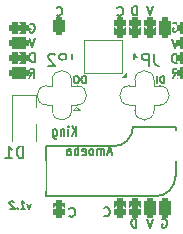
<source format=gbr>
%TF.GenerationSoftware,KiCad,Pcbnew,(6.0.11)*%
%TF.CreationDate,2023-07-28T18:25:04-04:00*%
%TF.ProjectId,amoeba-king,616d6f65-6261-42d6-9b69-6e672e6b6963,rev?*%
%TF.SameCoordinates,Original*%
%TF.FileFunction,Legend,Bot*%
%TF.FilePolarity,Positive*%
%FSLAX46Y46*%
G04 Gerber Fmt 4.6, Leading zero omitted, Abs format (unit mm)*
G04 Created by KiCad (PCBNEW (6.0.11)) date 2023-07-28 18:25:04*
%MOMM*%
%LPD*%
G01*
G04 APERTURE LIST*
G04 Aperture macros list*
%AMRoundRect*
0 Rectangle with rounded corners*
0 $1 Rounding radius*
0 $2 $3 $4 $5 $6 $7 $8 $9 X,Y pos of 4 corners*
0 Add a 4 corners polygon primitive as box body*
4,1,4,$2,$3,$4,$5,$6,$7,$8,$9,$2,$3,0*
0 Add four circle primitives for the rounded corners*
1,1,$1+$1,$2,$3*
1,1,$1+$1,$4,$5*
1,1,$1+$1,$6,$7*
1,1,$1+$1,$8,$9*
0 Add four rect primitives between the rounded corners*
20,1,$1+$1,$2,$3,$4,$5,0*
20,1,$1+$1,$4,$5,$6,$7,0*
20,1,$1+$1,$6,$7,$8,$9,0*
20,1,$1+$1,$8,$9,$2,$3,0*%
%AMFreePoly0*
4,1,18,0.500000,-0.500000,0.000000,-0.500000,0.000000,-0.495033,-0.079941,-0.493568,-0.215256,-0.451293,-0.333266,-0.372738,-0.424486,-0.264219,-0.481581,-0.134460,-0.499963,0.006109,-0.478152,0.146186,-0.417904,0.274511,-0.324060,0.380769,-0.204165,0.456417,-0.067858,0.495374,0.000000,0.494959,0.000000,0.500000,0.500000,0.500000,0.500000,-0.500000,0.500000,-0.500000,$1*%
%AMFreePoly1*
4,1,19,0.000000,0.494959,0.073905,0.494508,0.209726,0.453889,0.328688,0.376782,0.421226,0.269385,0.479903,0.140333,0.500000,0.000000,0.499851,-0.012216,0.476331,-0.152017,0.414519,-0.279596,0.319384,-0.384700,0.198574,-0.458877,0.061801,-0.496166,0.000000,-0.495033,0.000000,-0.500000,-0.500000,-0.500000,-0.500000,0.500000,0.000000,0.500000,0.000000,0.494959,0.000000,0.494959,
$1*%
G04 Aperture macros list end*
%ADD10C,0.100000*%
%ADD11C,0.158750*%
%ADD12C,0.152400*%
%ADD13C,0.150000*%
%ADD14C,0.127000*%
%ADD15C,0.120000*%
%ADD16C,0.131817*%
%ADD17C,3.000000*%
%ADD18C,3.980180*%
%ADD19C,1.660000*%
%ADD20C,1.700000*%
%ADD21R,2.550000X2.500000*%
%ADD22RoundRect,0.250000X-0.250000X0.625000X-0.250000X-0.625000X0.250000X-0.625000X0.250000X0.625000X0*%
%ADD23RoundRect,0.250000X-0.250000X0.250000X-0.250000X-0.250000X0.250000X-0.250000X0.250000X0.250000X0*%
%ADD24RoundRect,0.250000X-0.250000X-0.250000X0.250000X-0.250000X0.250000X0.250000X-0.250000X0.250000X0*%
%ADD25RoundRect,0.250000X-0.625000X-0.250000X0.625000X-0.250000X0.625000X0.250000X-0.625000X0.250000X0*%
%ADD26FreePoly0,180.000000*%
%ADD27R,1.000000X1.000000*%
%ADD28FreePoly1,180.000000*%
%ADD29FreePoly0,90.000000*%
%ADD30FreePoly0,270.000000*%
%ADD31RoundRect,0.250000X0.250000X-0.500000X0.250000X0.500000X-0.250000X0.500000X-0.250000X-0.500000X0*%
%ADD32RoundRect,0.250000X0.250000X-0.250000X0.250000X0.250000X-0.250000X0.250000X-0.250000X-0.250000X0*%
%ADD33RoundRect,0.250000X-0.250000X0.500000X-0.250000X-0.500000X0.250000X-0.500000X0.250000X0.500000X0*%
%ADD34R,1.200000X0.900000*%
%ADD35R,1.800000X0.820000*%
G04 APERTURE END LIST*
D10*
G36*
X77419200Y-165328600D02*
G01*
X77038200Y-165328600D01*
X77419200Y-164947600D01*
X77419200Y-165328600D01*
G37*
X77419200Y-165328600D02*
X77038200Y-165328600D01*
X77419200Y-164947600D01*
X77419200Y-165328600D01*
D11*
X69303843Y-176051028D02*
X69205569Y-176474361D01*
X69001462Y-176051028D01*
X68479855Y-176474361D02*
X68842712Y-176474361D01*
X68661283Y-176474361D02*
X68581908Y-175839361D01*
X68653724Y-175930076D01*
X68721759Y-175990552D01*
X68786015Y-176020790D01*
X68200152Y-176413885D02*
X68173694Y-176444123D01*
X68207712Y-176474361D01*
X68234170Y-176444123D01*
X68200152Y-176413885D01*
X68207712Y-176474361D01*
X67863754Y-175899838D02*
X67829736Y-175869600D01*
X67765480Y-175839361D01*
X67614289Y-175839361D01*
X67557593Y-175869600D01*
X67531134Y-175899838D01*
X67508456Y-175960314D01*
X67516015Y-176020790D01*
X67557593Y-176111504D01*
X67965807Y-176474361D01*
X67572712Y-176474361D01*
D12*
X69643171Y-164047714D02*
X69643171Y-163285714D01*
X69461742Y-163285714D01*
X69352885Y-163322000D01*
X69280314Y-163394571D01*
X69244028Y-163467142D01*
X69207742Y-163612285D01*
X69207742Y-163721142D01*
X69244028Y-163866285D01*
X69280314Y-163938857D01*
X69352885Y-164011428D01*
X69461742Y-164047714D01*
X69643171Y-164047714D01*
D13*
X81323542Y-165368514D02*
X81577542Y-165005657D01*
X81758971Y-165368514D02*
X81758971Y-164606514D01*
X81468685Y-164606514D01*
X81396114Y-164642800D01*
X81359828Y-164679085D01*
X81323542Y-164751657D01*
X81323542Y-164860514D01*
X81359828Y-164933085D01*
X81396114Y-164969371D01*
X81468685Y-165005657D01*
X81758971Y-165005657D01*
D12*
X79629000Y-177306514D02*
X79375000Y-178068514D01*
X79121000Y-177306514D01*
X78304571Y-160085314D02*
X78304571Y-159323314D01*
X78123142Y-159323314D01*
X78014285Y-159359600D01*
X77941714Y-159432171D01*
X77905428Y-159504742D01*
X77869142Y-159649885D01*
X77869142Y-159758742D01*
X77905428Y-159903885D01*
X77941714Y-159976457D01*
X78014285Y-160049028D01*
X78123142Y-160085314D01*
X78304571Y-160085314D01*
X81813400Y-162066514D02*
X81559400Y-162828514D01*
X81305400Y-162066514D01*
X81682771Y-164123914D02*
X81682771Y-163361914D01*
X81501342Y-163361914D01*
X81392485Y-163398200D01*
X81319914Y-163470771D01*
X81283628Y-163543342D01*
X81247342Y-163688485D01*
X81247342Y-163797342D01*
X81283628Y-163942485D01*
X81319914Y-164015057D01*
X81392485Y-164087628D01*
X81501342Y-164123914D01*
X81682771Y-164123914D01*
X78253771Y-178068514D02*
X78253771Y-177306514D01*
X78072342Y-177306514D01*
X77963485Y-177342800D01*
X77890914Y-177415371D01*
X77854628Y-177487942D01*
X77818342Y-177633085D01*
X77818342Y-177741942D01*
X77854628Y-177887085D01*
X77890914Y-177959657D01*
X77963485Y-178032228D01*
X78072342Y-178068514D01*
X78253771Y-178068514D01*
X69672200Y-162015714D02*
X69418200Y-162777714D01*
X69164200Y-162015714D01*
D14*
X80619600Y-165832971D02*
X80619600Y-165223371D01*
X80474457Y-165223371D01*
X80387371Y-165252400D01*
X80329314Y-165310457D01*
X80300285Y-165368514D01*
X80271257Y-165484628D01*
X80271257Y-165571714D01*
X80300285Y-165687828D01*
X80329314Y-165745885D01*
X80387371Y-165803942D01*
X80474457Y-165832971D01*
X80619600Y-165832971D01*
X80010000Y-165832971D02*
X80010000Y-165223371D01*
D13*
X69182342Y-165368514D02*
X69436342Y-165005657D01*
X69617771Y-165368514D02*
X69617771Y-164606514D01*
X69327485Y-164606514D01*
X69254914Y-164642800D01*
X69218628Y-164679085D01*
X69182342Y-164751657D01*
X69182342Y-164860514D01*
X69218628Y-164933085D01*
X69254914Y-164969371D01*
X69327485Y-165005657D01*
X69617771Y-165005657D01*
X71506442Y-160063542D02*
X71542728Y-160099828D01*
X71651585Y-160136114D01*
X71724157Y-160136114D01*
X71833014Y-160099828D01*
X71905585Y-160027257D01*
X71941871Y-159954685D01*
X71978157Y-159809542D01*
X71978157Y-159700685D01*
X71941871Y-159555542D01*
X71905585Y-159482971D01*
X71833014Y-159410400D01*
X71724157Y-159374114D01*
X71651585Y-159374114D01*
X71542728Y-159410400D01*
X71506442Y-159446685D01*
X76649942Y-160063542D02*
X76686228Y-160099828D01*
X76795085Y-160136114D01*
X76867657Y-160136114D01*
X76976514Y-160099828D01*
X77049085Y-160027257D01*
X77085371Y-159954685D01*
X77121657Y-159809542D01*
X77121657Y-159700685D01*
X77085371Y-159555542D01*
X77049085Y-159482971D01*
X76976514Y-159410400D01*
X76867657Y-159374114D01*
X76795085Y-159374114D01*
X76686228Y-159410400D01*
X76649942Y-159446685D01*
X76158900Y-171697633D02*
X75825566Y-171697633D01*
X76225566Y-171926204D02*
X75992233Y-171126204D01*
X75758900Y-171926204D01*
X75525566Y-171926204D02*
X75525566Y-171392871D01*
X75525566Y-171469061D02*
X75492233Y-171430966D01*
X75425566Y-171392871D01*
X75325566Y-171392871D01*
X75258900Y-171430966D01*
X75225566Y-171507157D01*
X75225566Y-171926204D01*
X75225566Y-171507157D02*
X75192233Y-171430966D01*
X75125566Y-171392871D01*
X75025566Y-171392871D01*
X74958900Y-171430966D01*
X74925566Y-171507157D01*
X74925566Y-171926204D01*
X74492233Y-171926204D02*
X74558900Y-171888109D01*
X74592233Y-171850014D01*
X74625566Y-171773823D01*
X74625566Y-171545252D01*
X74592233Y-171469061D01*
X74558900Y-171430966D01*
X74492233Y-171392871D01*
X74392233Y-171392871D01*
X74325566Y-171430966D01*
X74292233Y-171469061D01*
X74258900Y-171545252D01*
X74258900Y-171773823D01*
X74292233Y-171850014D01*
X74325566Y-171888109D01*
X74392233Y-171926204D01*
X74492233Y-171926204D01*
X73692233Y-171888109D02*
X73758900Y-171926204D01*
X73892233Y-171926204D01*
X73958900Y-171888109D01*
X73992233Y-171811919D01*
X73992233Y-171507157D01*
X73958900Y-171430966D01*
X73892233Y-171392871D01*
X73758900Y-171392871D01*
X73692233Y-171430966D01*
X73658900Y-171507157D01*
X73658900Y-171583347D01*
X73992233Y-171659538D01*
X73358900Y-171926204D02*
X73358900Y-171126204D01*
X73358900Y-171430966D02*
X73292233Y-171392871D01*
X73158900Y-171392871D01*
X73092233Y-171430966D01*
X73058900Y-171469061D01*
X73025566Y-171545252D01*
X73025566Y-171773823D01*
X73058900Y-171850014D01*
X73092233Y-171888109D01*
X73158900Y-171926204D01*
X73292233Y-171926204D01*
X73358900Y-171888109D01*
X72425566Y-171926204D02*
X72425566Y-171507157D01*
X72458900Y-171430966D01*
X72525566Y-171392871D01*
X72658900Y-171392871D01*
X72725566Y-171430966D01*
X72425566Y-171888109D02*
X72492233Y-171926204D01*
X72658900Y-171926204D01*
X72725566Y-171888109D01*
X72758900Y-171811919D01*
X72758900Y-171735728D01*
X72725566Y-171659538D01*
X72658900Y-171621442D01*
X72492233Y-171621442D01*
X72425566Y-171583347D01*
D14*
X73961171Y-165832971D02*
X73961171Y-165223371D01*
X73816028Y-165223371D01*
X73728942Y-165252400D01*
X73670885Y-165310457D01*
X73641857Y-165368514D01*
X73612828Y-165484628D01*
X73612828Y-165571714D01*
X73641857Y-165687828D01*
X73670885Y-165745885D01*
X73728942Y-165803942D01*
X73816028Y-165832971D01*
X73961171Y-165832971D01*
X73235457Y-165223371D02*
X73119342Y-165223371D01*
X73061285Y-165252400D01*
X73003228Y-165310457D01*
X72974200Y-165426571D01*
X72974200Y-165629771D01*
X73003228Y-165745885D01*
X73061285Y-165803942D01*
X73119342Y-165832971D01*
X73235457Y-165832971D01*
X73293514Y-165803942D01*
X73351571Y-165745885D01*
X73380600Y-165629771D01*
X73380600Y-165426571D01*
X73351571Y-165310457D01*
X73293514Y-165252400D01*
X73235457Y-165223371D01*
D13*
X72585942Y-177081542D02*
X72622228Y-177117828D01*
X72731085Y-177154114D01*
X72803657Y-177154114D01*
X72912514Y-177117828D01*
X72985085Y-177045257D01*
X73021371Y-176972685D01*
X73057657Y-176827542D01*
X73057657Y-176718685D01*
X73021371Y-176573542D01*
X72985085Y-176500971D01*
X72912514Y-176428400D01*
X72803657Y-176392114D01*
X72731085Y-176392114D01*
X72622228Y-176428400D01*
X72585942Y-176464685D01*
D12*
X79629000Y-159323314D02*
X79375000Y-160085314D01*
X79121000Y-159323314D01*
X69218628Y-160832800D02*
X69291200Y-160796514D01*
X69400057Y-160796514D01*
X69508914Y-160832800D01*
X69581485Y-160905371D01*
X69617771Y-160977942D01*
X69654057Y-161123085D01*
X69654057Y-161231942D01*
X69617771Y-161377085D01*
X69581485Y-161449657D01*
X69508914Y-161522228D01*
X69400057Y-161558514D01*
X69327485Y-161558514D01*
X69218628Y-161522228D01*
X69182342Y-161485942D01*
X69182342Y-161231942D01*
X69327485Y-161231942D01*
D13*
X75519642Y-177056142D02*
X75555928Y-177092428D01*
X75664785Y-177128714D01*
X75737357Y-177128714D01*
X75846214Y-177092428D01*
X75918785Y-177019857D01*
X75955071Y-176947285D01*
X75991357Y-176802142D01*
X75991357Y-176693285D01*
X75955071Y-176548142D01*
X75918785Y-176475571D01*
X75846214Y-176403000D01*
X75737357Y-176366714D01*
X75664785Y-176366714D01*
X75555928Y-176403000D01*
X75519642Y-176439285D01*
D12*
X81359828Y-160782000D02*
X81432400Y-160745714D01*
X81541257Y-160745714D01*
X81650114Y-160782000D01*
X81722685Y-160854571D01*
X81758971Y-160927142D01*
X81795257Y-161072285D01*
X81795257Y-161181142D01*
X81758971Y-161326285D01*
X81722685Y-161398857D01*
X81650114Y-161471428D01*
X81541257Y-161507714D01*
X81468685Y-161507714D01*
X81359828Y-161471428D01*
X81323542Y-161435142D01*
X81323542Y-161181142D01*
X81468685Y-161181142D01*
D13*
X73182833Y-170300604D02*
X73182833Y-169500604D01*
X72782833Y-170300604D02*
X73082833Y-169843461D01*
X72782833Y-169500604D02*
X73182833Y-169957747D01*
X72482833Y-170300604D02*
X72482833Y-169767271D01*
X72482833Y-169500604D02*
X72516166Y-169538700D01*
X72482833Y-169576795D01*
X72449500Y-169538700D01*
X72482833Y-169500604D01*
X72482833Y-169576795D01*
X72149500Y-169767271D02*
X72149500Y-170300604D01*
X72149500Y-169843461D02*
X72116166Y-169805366D01*
X72049500Y-169767271D01*
X71949500Y-169767271D01*
X71882833Y-169805366D01*
X71849500Y-169881557D01*
X71849500Y-170300604D01*
X71216166Y-169767271D02*
X71216166Y-170414890D01*
X71249500Y-170491080D01*
X71282833Y-170529176D01*
X71349500Y-170567271D01*
X71449500Y-170567271D01*
X71516166Y-170529176D01*
X71216166Y-170262509D02*
X71282833Y-170300604D01*
X71416166Y-170300604D01*
X71482833Y-170262509D01*
X71516166Y-170224414D01*
X71549500Y-170148223D01*
X71549500Y-169919652D01*
X71516166Y-169843461D01*
X71482833Y-169805366D01*
X71416166Y-169767271D01*
X71282833Y-169767271D01*
X71216166Y-169805366D01*
D12*
X80445428Y-177342800D02*
X80518000Y-177306514D01*
X80626857Y-177306514D01*
X80735714Y-177342800D01*
X80808285Y-177415371D01*
X80844571Y-177487942D01*
X80880857Y-177633085D01*
X80880857Y-177741942D01*
X80844571Y-177887085D01*
X80808285Y-177959657D01*
X80735714Y-178032228D01*
X80626857Y-178068514D01*
X80554285Y-178068514D01*
X80445428Y-178032228D01*
X80409142Y-177995942D01*
X80409142Y-177741942D01*
X80554285Y-177741942D01*
D13*
%TO.C,JP2*%
X72780733Y-163358580D02*
X72780733Y-164072866D01*
X72828352Y-164215723D01*
X72923590Y-164310961D01*
X73066447Y-164358580D01*
X73161685Y-164358580D01*
X72304542Y-164358580D02*
X72304542Y-163358580D01*
X71923590Y-163358580D01*
X71828352Y-163406200D01*
X71780733Y-163453819D01*
X71733114Y-163549057D01*
X71733114Y-163691914D01*
X71780733Y-163787152D01*
X71828352Y-163834771D01*
X71923590Y-163882390D01*
X72304542Y-163882390D01*
X71352161Y-163453819D02*
X71304542Y-163406200D01*
X71209304Y-163358580D01*
X70971209Y-163358580D01*
X70875971Y-163406200D01*
X70828352Y-163453819D01*
X70780733Y-163549057D01*
X70780733Y-163644295D01*
X70828352Y-163787152D01*
X71399780Y-164358580D01*
X70780733Y-164358580D01*
%TO.C,JP1*%
X79776533Y-163358580D02*
X79776533Y-164072866D01*
X79824152Y-164215723D01*
X79919390Y-164310961D01*
X80062247Y-164358580D01*
X80157485Y-164358580D01*
X79300342Y-164358580D02*
X79300342Y-163358580D01*
X78919390Y-163358580D01*
X78824152Y-163406200D01*
X78776533Y-163453819D01*
X78728914Y-163549057D01*
X78728914Y-163691914D01*
X78776533Y-163787152D01*
X78824152Y-163834771D01*
X78919390Y-163882390D01*
X79300342Y-163882390D01*
X77776533Y-164358580D02*
X78347961Y-164358580D01*
X78062247Y-164358580D02*
X78062247Y-163358580D01*
X78157485Y-163501438D01*
X78252723Y-163596676D01*
X78347961Y-163644295D01*
%TO.C,D1*%
X68683095Y-172194480D02*
X68683095Y-171194480D01*
X68445000Y-171194480D01*
X68302142Y-171242100D01*
X68206904Y-171337338D01*
X68159285Y-171432576D01*
X68111666Y-171623052D01*
X68111666Y-171765909D01*
X68159285Y-171956385D01*
X68206904Y-172051623D01*
X68302142Y-172146861D01*
X68445000Y-172194480D01*
X68683095Y-172194480D01*
X67159285Y-172194480D02*
X67730714Y-172194480D01*
X67445000Y-172194480D02*
X67445000Y-171194480D01*
X67540238Y-171337338D01*
X67635476Y-171432576D01*
X67730714Y-171480195D01*
%TO.C,S1*%
X76303000Y-171196000D02*
X70573000Y-171196000D01*
X81573000Y-173736000D02*
X81573000Y-169521000D01*
X79898000Y-175411000D02*
X70573000Y-175411000D01*
X81573000Y-169521000D02*
X77978000Y-169521000D01*
X70573000Y-175406000D02*
X70573000Y-171196000D01*
X76303000Y-171196000D02*
G75*
G03*
X77978000Y-169521000I0J1675000D01*
G01*
X79898000Y-175411000D02*
G75*
G03*
X81573000Y-173736000I0J1675000D01*
G01*
D15*
%TO.C,JP2*%
X71134600Y-168158000D02*
X71134600Y-167690800D01*
X73165180Y-167857020D02*
X73465180Y-168157020D01*
X72760200Y-167690800D02*
X72760200Y-168158000D01*
X72760200Y-166065200D02*
X73227400Y-166065200D01*
X71134600Y-166065200D02*
X71134600Y-165598000D01*
X71134600Y-167690800D02*
X70667400Y-167690800D01*
X72760200Y-165598000D02*
X72760200Y-166065200D01*
X73465180Y-168157020D02*
X72865180Y-168157020D01*
X70667400Y-166065200D02*
X71134600Y-166065200D01*
X73165180Y-167857020D02*
X72865180Y-168157020D01*
X73227400Y-167690800D02*
X72760200Y-167690800D01*
X71134600Y-168158000D02*
G75*
G03*
X72760200Y-168158000I812800J0D01*
G01*
X70667400Y-166065200D02*
G75*
G03*
X70667400Y-167690800I0J-812800D01*
G01*
X72760200Y-165598000D02*
G75*
G03*
X71134600Y-165598000I-812800J0D01*
G01*
X73227400Y-167690800D02*
G75*
G03*
X73227400Y-166065200I0J812800D01*
G01*
%TO.C,JP1*%
X80460980Y-168157020D02*
X79860980Y-168157020D01*
X78130400Y-168158000D02*
X78130400Y-167690800D01*
X78130400Y-166065200D02*
X78130400Y-165598000D01*
X80160980Y-167857020D02*
X80460980Y-168157020D01*
X79756000Y-167690800D02*
X79756000Y-168158000D01*
X80160980Y-167857020D02*
X79860980Y-168157020D01*
X79756000Y-166065200D02*
X80223200Y-166065200D01*
X77663200Y-166065200D02*
X78130400Y-166065200D01*
X80223200Y-167690800D02*
X79756000Y-167690800D01*
X79756000Y-165598000D02*
X79756000Y-166065200D01*
X78130400Y-167690800D02*
X77663200Y-167690800D01*
X79756000Y-165598000D02*
G75*
G03*
X78130400Y-165598000I-812800J0D01*
G01*
X80223200Y-167690800D02*
G75*
G03*
X80223200Y-166065200I0J812800D01*
G01*
X78130400Y-168158000D02*
G75*
G03*
X79756000Y-168158000I812800J0D01*
G01*
X77663200Y-166065200D02*
G75*
G03*
X77663200Y-167690800I0J-812800D01*
G01*
%TO.C,D1*%
X69719700Y-166811400D02*
X69719700Y-170711400D01*
X67719700Y-166811400D02*
X69719700Y-166811400D01*
X67719700Y-166811400D02*
X67719700Y-170711400D01*
%TO.C,LED1*%
X73838000Y-164976000D02*
X77038000Y-164976000D01*
X73838000Y-162176000D02*
X73838000Y-164976000D01*
X77038000Y-164976000D02*
X77038000Y-162176000D01*
X77038000Y-162176000D02*
X73838000Y-162176000D01*
%TD*%
%LPC*%
%TO.C,Royale*%
G36*
X82728653Y-174172393D02*
G01*
X82752015Y-174174369D01*
X82775303Y-174178195D01*
X82798412Y-174183899D01*
X82821236Y-174191510D01*
X82843669Y-174201056D01*
X82865605Y-174212566D01*
X82886540Y-174225807D01*
X82906024Y-174240462D01*
X82924027Y-174256423D01*
X82940521Y-174273584D01*
X82955479Y-174291839D01*
X82968871Y-174311083D01*
X82980669Y-174331208D01*
X82990845Y-174352109D01*
X82999371Y-174373680D01*
X83006217Y-174395814D01*
X83011355Y-174418406D01*
X83014758Y-174441349D01*
X83016395Y-174464539D01*
X83016240Y-174487867D01*
X83014264Y-174511228D01*
X83010438Y-174534517D01*
X83004734Y-174557626D01*
X82997123Y-174580450D01*
X82987577Y-174602883D01*
X82976067Y-174624819D01*
X82996153Y-174654020D01*
X83013302Y-174677368D01*
X83027981Y-174695783D01*
X83040661Y-174710183D01*
X83051808Y-174721488D01*
X83061891Y-174730616D01*
X83071380Y-174738485D01*
X83080740Y-174746015D01*
X83090440Y-174754125D01*
X83100952Y-174763733D01*
X83112740Y-174775758D01*
X83126273Y-174791118D01*
X83142021Y-174810734D01*
X83161789Y-174827711D01*
X83181955Y-174845431D01*
X83202466Y-174863817D01*
X83223268Y-174882792D01*
X83244311Y-174902278D01*
X83265539Y-174922194D01*
X83286900Y-174942464D01*
X83308342Y-174963011D01*
X83329811Y-174983755D01*
X83351255Y-175004618D01*
X83372621Y-175025521D01*
X83393856Y-175046388D01*
X83414906Y-175067140D01*
X83435720Y-175087698D01*
X83456245Y-175107985D01*
X83476426Y-175127922D01*
X83496213Y-175147431D01*
X83515551Y-175166434D01*
X83534387Y-175184853D01*
X83552670Y-175202609D01*
X83570346Y-175219625D01*
X83587362Y-175235822D01*
X83603665Y-175251121D01*
X83619203Y-175265446D01*
X83633922Y-175278718D01*
X83647770Y-175290857D01*
X83660693Y-175301788D01*
X83672641Y-175311431D01*
X83683557Y-175319708D01*
X83664630Y-175337394D01*
X83645991Y-175354763D01*
X83627626Y-175371857D01*
X83609526Y-175388714D01*
X83591677Y-175405372D01*
X83574066Y-175421869D01*
X83556682Y-175438245D01*
X83539512Y-175454540D01*
X83522544Y-175470792D01*
X83505766Y-175487038D01*
X83489165Y-175503319D01*
X83472731Y-175519674D01*
X83456448Y-175536141D01*
X83440308Y-175552759D01*
X83424295Y-175569566D01*
X83408399Y-175586603D01*
X83392607Y-175603906D01*
X83376908Y-175621517D01*
X83361287Y-175639472D01*
X83345734Y-175657813D01*
X83330236Y-175676576D01*
X83314783Y-175695801D01*
X83299358Y-175715526D01*
X83283954Y-175735792D01*
X83268555Y-175756636D01*
X83253149Y-175778097D01*
X83237726Y-175800214D01*
X83222273Y-175823027D01*
X83206776Y-175846573D01*
X83191225Y-175870893D01*
X83175606Y-175896023D01*
X83159908Y-175922005D01*
X83144120Y-175948876D01*
X83128226Y-175976675D01*
X83112217Y-176005442D01*
X83096645Y-176033036D01*
X83081599Y-176060214D01*
X83067065Y-176086995D01*
X83053028Y-176113397D01*
X83039476Y-176139436D01*
X83026393Y-176165134D01*
X83013769Y-176190507D01*
X83001588Y-176215575D01*
X82989838Y-176240357D01*
X82978504Y-176264870D01*
X82967574Y-176289132D01*
X82957033Y-176313164D01*
X82946869Y-176336983D01*
X82937066Y-176360607D01*
X82927614Y-176384055D01*
X82918497Y-176407346D01*
X82909702Y-176430498D01*
X82901217Y-176453529D01*
X82893026Y-176476459D01*
X82885116Y-176499305D01*
X82877476Y-176522086D01*
X82870089Y-176544822D01*
X82862944Y-176567529D01*
X82856026Y-176590227D01*
X82849322Y-176612934D01*
X82842820Y-176635669D01*
X82836504Y-176658450D01*
X82830361Y-176681295D01*
X82824380Y-176704223D01*
X82818544Y-176727254D01*
X82812842Y-176750404D01*
X82807258Y-176773693D01*
X82801781Y-176797139D01*
X82796397Y-176820762D01*
X82791092Y-176844578D01*
X82785851Y-176868607D01*
X82780663Y-176892867D01*
X82767120Y-176887968D01*
X82751867Y-176883129D01*
X82735003Y-176878334D01*
X82716630Y-176873570D01*
X82696848Y-176868820D01*
X82675756Y-176864069D01*
X82653457Y-176859300D01*
X82630050Y-176854501D01*
X82605635Y-176849654D01*
X82580314Y-176844743D01*
X82554186Y-176839756D01*
X82527352Y-176834674D01*
X82499912Y-176829484D01*
X82471967Y-176824170D01*
X82443618Y-176818715D01*
X82414965Y-176813107D01*
X82386107Y-176807327D01*
X82357147Y-176801363D01*
X82328182Y-176795197D01*
X82299317Y-176788813D01*
X82270648Y-176782199D01*
X82242279Y-176775337D01*
X82214308Y-176768212D01*
X82186837Y-176760810D01*
X82159965Y-176753114D01*
X82133794Y-176745109D01*
X82108424Y-176736780D01*
X82083953Y-176728111D01*
X82052518Y-176718181D01*
X82023143Y-176709383D01*
X81995718Y-176701666D01*
X81970137Y-176694977D01*
X81946291Y-176689268D01*
X81924072Y-176684487D01*
X81903370Y-176680583D01*
X81884080Y-176677506D01*
X81866091Y-176675204D01*
X81849297Y-176673626D01*
X81833588Y-176672723D01*
X81818857Y-176672443D01*
X81804993Y-176672734D01*
X81791892Y-176673547D01*
X81779444Y-176674830D01*
X81767539Y-176676533D01*
X81756070Y-176678605D01*
X81744930Y-176680994D01*
X81734009Y-176683651D01*
X81723200Y-176686524D01*
X81712394Y-176689561D01*
X81701484Y-176692714D01*
X81690360Y-176695930D01*
X81678914Y-176699159D01*
X81667038Y-176702349D01*
X81654625Y-176705451D01*
X81641566Y-176708413D01*
X81627752Y-176711185D01*
X81613076Y-176713715D01*
X81597429Y-176715952D01*
X81580702Y-176717846D01*
X81562789Y-176719347D01*
X81543579Y-176720403D01*
X81522966Y-176720962D01*
X81500841Y-176720975D01*
X81477096Y-176720391D01*
X81451623Y-176719159D01*
X81424312Y-176717226D01*
X81403377Y-176703985D01*
X81383893Y-176689330D01*
X81365889Y-176673369D01*
X81349395Y-176656208D01*
X81334438Y-176637953D01*
X81321045Y-176618709D01*
X81309247Y-176598584D01*
X81299072Y-176577683D01*
X81290546Y-176556112D01*
X81283700Y-176533978D01*
X81278561Y-176511386D01*
X81275159Y-176488443D01*
X81273521Y-176465253D01*
X81273676Y-176441925D01*
X81275652Y-176418564D01*
X81279478Y-176395275D01*
X81285183Y-176372167D01*
X81292794Y-176349342D01*
X81302339Y-176326909D01*
X81313849Y-176304973D01*
X81327091Y-176284038D01*
X81341746Y-176264555D01*
X81357707Y-176246551D01*
X81374867Y-176230057D01*
X81393123Y-176215099D01*
X81412366Y-176201707D01*
X81432491Y-176189909D01*
X81453392Y-176179733D01*
X81474963Y-176171207D01*
X81497098Y-176164361D01*
X81519690Y-176159223D01*
X81542634Y-176155821D01*
X81565822Y-176154183D01*
X81589150Y-176154338D01*
X81612512Y-176156314D01*
X81635800Y-176160140D01*
X81658909Y-176165845D01*
X81681733Y-176173455D01*
X81704167Y-176183001D01*
X81726102Y-176194511D01*
X81747993Y-176205885D01*
X81768557Y-176213579D01*
X81787861Y-176217816D01*
X81805976Y-176218824D01*
X81822968Y-176216827D01*
X81838907Y-176212049D01*
X81853860Y-176204717D01*
X81867895Y-176195055D01*
X81881082Y-176183291D01*
X81893489Y-176169647D01*
X81905184Y-176154350D01*
X81916233Y-176137625D01*
X81926709Y-176119697D01*
X81936677Y-176100792D01*
X81946206Y-176081134D01*
X81955366Y-176060950D01*
X81964222Y-176040464D01*
X81972845Y-176019902D01*
X81981303Y-175999488D01*
X81989664Y-175979450D01*
X81997996Y-175960010D01*
X82006368Y-175941396D01*
X82014848Y-175923832D01*
X82014962Y-175902511D01*
X82013111Y-175881528D01*
X82009397Y-175860867D01*
X82003913Y-175840518D01*
X81996757Y-175820468D01*
X81988027Y-175800703D01*
X81977819Y-175781212D01*
X81966229Y-175761980D01*
X81953355Y-175742996D01*
X81939295Y-175724247D01*
X81924144Y-175705719D01*
X81907999Y-175687401D01*
X81890958Y-175669280D01*
X81873116Y-175651342D01*
X81854573Y-175633576D01*
X81835423Y-175615968D01*
X81815764Y-175598506D01*
X81795693Y-175581178D01*
X81775307Y-175563969D01*
X81754703Y-175546868D01*
X81733977Y-175529863D01*
X81713227Y-175512939D01*
X81692549Y-175496085D01*
X81666864Y-175499960D01*
X81641096Y-175501778D01*
X81615363Y-175501557D01*
X81589785Y-175499318D01*
X81564480Y-175495082D01*
X81539567Y-175488867D01*
X81515166Y-175480694D01*
X81491396Y-175470581D01*
X81468375Y-175458551D01*
X81447714Y-175445588D01*
X81428349Y-175431354D01*
X81410304Y-175415933D01*
X81393601Y-175399413D01*
X81378263Y-175381881D01*
X81364313Y-175363420D01*
X81351776Y-175344121D01*
X81340674Y-175324066D01*
X81331028Y-175303344D01*
X81322865Y-175282040D01*
X81316205Y-175260240D01*
X81311073Y-175238031D01*
X81307491Y-175215500D01*
X81305482Y-175192731D01*
X81305070Y-175169812D01*
X81306278Y-175146829D01*
X81309128Y-175123868D01*
X81313645Y-175101015D01*
X81319850Y-175078358D01*
X81327768Y-175055981D01*
X81337421Y-175033970D01*
X81348833Y-175012414D01*
X81348833Y-175012413D01*
X81361795Y-174991752D01*
X81376030Y-174972388D01*
X81391450Y-174954343D01*
X81407970Y-174937639D01*
X81425503Y-174922301D01*
X81443962Y-174908352D01*
X81463263Y-174895815D01*
X81483317Y-174884712D01*
X81504040Y-174875068D01*
X81525344Y-174866904D01*
X81547143Y-174860244D01*
X81569352Y-174855112D01*
X81591883Y-174851530D01*
X81614652Y-174849521D01*
X81637572Y-174849109D01*
X81660554Y-174850317D01*
X81683516Y-174853168D01*
X81706368Y-174857684D01*
X81729026Y-174863889D01*
X81751404Y-174871807D01*
X81773414Y-174881460D01*
X81794970Y-174892871D01*
X81816969Y-174906792D01*
X81837678Y-174922329D01*
X81857019Y-174939390D01*
X81874915Y-174957880D01*
X81891288Y-174977707D01*
X81906062Y-174998777D01*
X81919159Y-175020995D01*
X81930500Y-175044269D01*
X81940009Y-175068503D01*
X81966115Y-175076954D01*
X81992307Y-175085393D01*
X82018541Y-175093725D01*
X82044774Y-175101857D01*
X82070960Y-175109693D01*
X82097056Y-175117138D01*
X82123016Y-175124099D01*
X82148797Y-175130481D01*
X82174354Y-175136189D01*
X82199644Y-175141129D01*
X82224621Y-175145207D01*
X82249241Y-175148329D01*
X82273461Y-175150397D01*
X82297235Y-175151319D01*
X82320519Y-175151002D01*
X82343271Y-175149349D01*
X82365443Y-175146266D01*
X82386993Y-175141659D01*
X82407876Y-175135433D01*
X82428048Y-175127495D01*
X82447464Y-175117748D01*
X82466081Y-175106099D01*
X82493067Y-175082022D01*
X82515974Y-175058394D01*
X82535094Y-175035226D01*
X82550718Y-175012527D01*
X82563139Y-174990308D01*
X82572646Y-174968579D01*
X82579533Y-174947350D01*
X82584090Y-174926632D01*
X82586608Y-174906433D01*
X82587380Y-174886765D01*
X82586697Y-174867637D01*
X82584849Y-174849060D01*
X82582128Y-174831043D01*
X82578829Y-174813597D01*
X82575239Y-174796732D01*
X82571650Y-174780458D01*
X82568357Y-174764784D01*
X82565647Y-174749722D01*
X82563815Y-174735281D01*
X82542879Y-174722039D01*
X82523396Y-174707385D01*
X82505393Y-174691423D01*
X82488898Y-174674263D01*
X82473941Y-174656008D01*
X82460548Y-174636764D01*
X82448750Y-174616639D01*
X82438574Y-174595738D01*
X82430049Y-174574167D01*
X82423203Y-174552033D01*
X82418064Y-174529441D01*
X82414662Y-174506497D01*
X82413024Y-174483308D01*
X82413179Y-174459980D01*
X82415156Y-174436619D01*
X82418981Y-174413330D01*
X82424685Y-174390221D01*
X82432297Y-174367397D01*
X82441842Y-174344964D01*
X82453352Y-174323029D01*
X82466594Y-174302093D01*
X82481249Y-174282610D01*
X82497209Y-174264606D01*
X82514370Y-174248112D01*
X82532626Y-174233154D01*
X82551869Y-174219762D01*
X82571994Y-174207964D01*
X82592896Y-174197787D01*
X82614466Y-174189262D01*
X82636601Y-174182416D01*
X82659193Y-174177278D01*
X82682136Y-174173876D01*
X82705325Y-174172238D01*
X82728653Y-174172393D01*
G37*
D16*
X82728653Y-174172393D02*
X82752015Y-174174369D01*
X82775303Y-174178195D01*
X82798412Y-174183899D01*
X82821236Y-174191510D01*
X82843669Y-174201056D01*
X82865605Y-174212566D01*
X82886540Y-174225807D01*
X82906024Y-174240462D01*
X82924027Y-174256423D01*
X82940521Y-174273584D01*
X82955479Y-174291839D01*
X82968871Y-174311083D01*
X82980669Y-174331208D01*
X82990845Y-174352109D01*
X82999371Y-174373680D01*
X83006217Y-174395814D01*
X83011355Y-174418406D01*
X83014758Y-174441349D01*
X83016395Y-174464539D01*
X83016240Y-174487867D01*
X83014264Y-174511228D01*
X83010438Y-174534517D01*
X83004734Y-174557626D01*
X82997123Y-174580450D01*
X82987577Y-174602883D01*
X82976067Y-174624819D01*
X82996153Y-174654020D01*
X83013302Y-174677368D01*
X83027981Y-174695783D01*
X83040661Y-174710183D01*
X83051808Y-174721488D01*
X83061891Y-174730616D01*
X83071380Y-174738485D01*
X83080740Y-174746015D01*
X83090440Y-174754125D01*
X83100952Y-174763733D01*
X83112740Y-174775758D01*
X83126273Y-174791118D01*
X83142021Y-174810734D01*
X83161789Y-174827711D01*
X83181955Y-174845431D01*
X83202466Y-174863817D01*
X83223268Y-174882792D01*
X83244311Y-174902278D01*
X83265539Y-174922194D01*
X83286900Y-174942464D01*
X83308342Y-174963011D01*
X83329811Y-174983755D01*
X83351255Y-175004618D01*
X83372621Y-175025521D01*
X83393856Y-175046388D01*
X83414906Y-175067140D01*
X83435720Y-175087698D01*
X83456245Y-175107985D01*
X83476426Y-175127922D01*
X83496213Y-175147431D01*
X83515551Y-175166434D01*
X83534387Y-175184853D01*
X83552670Y-175202609D01*
X83570346Y-175219625D01*
X83587362Y-175235822D01*
X83603665Y-175251121D01*
X83619203Y-175265446D01*
X83633922Y-175278718D01*
X83647770Y-175290857D01*
X83660693Y-175301788D01*
X83672641Y-175311431D01*
X83683557Y-175319708D01*
X83664630Y-175337394D01*
X83645991Y-175354763D01*
X83627626Y-175371857D01*
X83609526Y-175388714D01*
X83591677Y-175405372D01*
X83574066Y-175421869D01*
X83556682Y-175438245D01*
X83539512Y-175454540D01*
X83522544Y-175470792D01*
X83505766Y-175487038D01*
X83489165Y-175503319D01*
X83472731Y-175519674D01*
X83456448Y-175536141D01*
X83440308Y-175552759D01*
X83424295Y-175569566D01*
X83408399Y-175586603D01*
X83392607Y-175603906D01*
X83376908Y-175621517D01*
X83361287Y-175639472D01*
X83345734Y-175657813D01*
X83330236Y-175676576D01*
X83314783Y-175695801D01*
X83299358Y-175715526D01*
X83283954Y-175735792D01*
X83268555Y-175756636D01*
X83253149Y-175778097D01*
X83237726Y-175800214D01*
X83222273Y-175823027D01*
X83206776Y-175846573D01*
X83191225Y-175870893D01*
X83175606Y-175896023D01*
X83159908Y-175922005D01*
X83144120Y-175948876D01*
X83128226Y-175976675D01*
X83112217Y-176005442D01*
X83096645Y-176033036D01*
X83081599Y-176060214D01*
X83067065Y-176086995D01*
X83053028Y-176113397D01*
X83039476Y-176139436D01*
X83026393Y-176165134D01*
X83013769Y-176190507D01*
X83001588Y-176215575D01*
X82989838Y-176240357D01*
X82978504Y-176264870D01*
X82967574Y-176289132D01*
X82957033Y-176313164D01*
X82946869Y-176336983D01*
X82937066Y-176360607D01*
X82927614Y-176384055D01*
X82918497Y-176407346D01*
X82909702Y-176430498D01*
X82901217Y-176453529D01*
X82893026Y-176476459D01*
X82885116Y-176499305D01*
X82877476Y-176522086D01*
X82870089Y-176544822D01*
X82862944Y-176567529D01*
X82856026Y-176590227D01*
X82849322Y-176612934D01*
X82842820Y-176635669D01*
X82836504Y-176658450D01*
X82830361Y-176681295D01*
X82824380Y-176704223D01*
X82818544Y-176727254D01*
X82812842Y-176750404D01*
X82807258Y-176773693D01*
X82801781Y-176797139D01*
X82796397Y-176820762D01*
X82791092Y-176844578D01*
X82785851Y-176868607D01*
X82780663Y-176892867D01*
X82767120Y-176887968D01*
X82751867Y-176883129D01*
X82735003Y-176878334D01*
X82716630Y-176873570D01*
X82696848Y-176868820D01*
X82675756Y-176864069D01*
X82653457Y-176859300D01*
X82630050Y-176854501D01*
X82605635Y-176849654D01*
X82580314Y-176844743D01*
X82554186Y-176839756D01*
X82527352Y-176834674D01*
X82499912Y-176829484D01*
X82471967Y-176824170D01*
X82443618Y-176818715D01*
X82414965Y-176813107D01*
X82386107Y-176807327D01*
X82357147Y-176801363D01*
X82328182Y-176795197D01*
X82299317Y-176788813D01*
X82270648Y-176782199D01*
X82242279Y-176775337D01*
X82214308Y-176768212D01*
X82186837Y-176760810D01*
X82159965Y-176753114D01*
X82133794Y-176745109D01*
X82108424Y-176736780D01*
X82083953Y-176728111D01*
X82052518Y-176718181D01*
X82023143Y-176709383D01*
X81995718Y-176701666D01*
X81970137Y-176694977D01*
X81946291Y-176689268D01*
X81924072Y-176684487D01*
X81903370Y-176680583D01*
X81884080Y-176677506D01*
X81866091Y-176675204D01*
X81849297Y-176673626D01*
X81833588Y-176672723D01*
X81818857Y-176672443D01*
X81804993Y-176672734D01*
X81791892Y-176673547D01*
X81779444Y-176674830D01*
X81767539Y-176676533D01*
X81756070Y-176678605D01*
X81744930Y-176680994D01*
X81734009Y-176683651D01*
X81723200Y-176686524D01*
X81712394Y-176689561D01*
X81701484Y-176692714D01*
X81690360Y-176695930D01*
X81678914Y-176699159D01*
X81667038Y-176702349D01*
X81654625Y-176705451D01*
X81641566Y-176708413D01*
X81627752Y-176711185D01*
X81613076Y-176713715D01*
X81597429Y-176715952D01*
X81580702Y-176717846D01*
X81562789Y-176719347D01*
X81543579Y-176720403D01*
X81522966Y-176720962D01*
X81500841Y-176720975D01*
X81477096Y-176720391D01*
X81451623Y-176719159D01*
X81424312Y-176717226D01*
X81403377Y-176703985D01*
X81383893Y-176689330D01*
X81365889Y-176673369D01*
X81349395Y-176656208D01*
X81334438Y-176637953D01*
X81321045Y-176618709D01*
X81309247Y-176598584D01*
X81299072Y-176577683D01*
X81290546Y-176556112D01*
X81283700Y-176533978D01*
X81278561Y-176511386D01*
X81275159Y-176488443D01*
X81273521Y-176465253D01*
X81273676Y-176441925D01*
X81275652Y-176418564D01*
X81279478Y-176395275D01*
X81285183Y-176372167D01*
X81292794Y-176349342D01*
X81302339Y-176326909D01*
X81313849Y-176304973D01*
X81327091Y-176284038D01*
X81341746Y-176264555D01*
X81357707Y-176246551D01*
X81374867Y-176230057D01*
X81393123Y-176215099D01*
X81412366Y-176201707D01*
X81432491Y-176189909D01*
X81453392Y-176179733D01*
X81474963Y-176171207D01*
X81497098Y-176164361D01*
X81519690Y-176159223D01*
X81542634Y-176155821D01*
X81565822Y-176154183D01*
X81589150Y-176154338D01*
X81612512Y-176156314D01*
X81635800Y-176160140D01*
X81658909Y-176165845D01*
X81681733Y-176173455D01*
X81704167Y-176183001D01*
X81726102Y-176194511D01*
X81747993Y-176205885D01*
X81768557Y-176213579D01*
X81787861Y-176217816D01*
X81805976Y-176218824D01*
X81822968Y-176216827D01*
X81838907Y-176212049D01*
X81853860Y-176204717D01*
X81867895Y-176195055D01*
X81881082Y-176183291D01*
X81893489Y-176169647D01*
X81905184Y-176154350D01*
X81916233Y-176137625D01*
X81926709Y-176119697D01*
X81936677Y-176100792D01*
X81946206Y-176081134D01*
X81955366Y-176060950D01*
X81964222Y-176040464D01*
X81972845Y-176019902D01*
X81981303Y-175999488D01*
X81989664Y-175979450D01*
X81997996Y-175960010D01*
X82006368Y-175941396D01*
X82014848Y-175923832D01*
X82014962Y-175902511D01*
X82013111Y-175881528D01*
X82009397Y-175860867D01*
X82003913Y-175840518D01*
X81996757Y-175820468D01*
X81988027Y-175800703D01*
X81977819Y-175781212D01*
X81966229Y-175761980D01*
X81953355Y-175742996D01*
X81939295Y-175724247D01*
X81924144Y-175705719D01*
X81907999Y-175687401D01*
X81890958Y-175669280D01*
X81873116Y-175651342D01*
X81854573Y-175633576D01*
X81835423Y-175615968D01*
X81815764Y-175598506D01*
X81795693Y-175581178D01*
X81775307Y-175563969D01*
X81754703Y-175546868D01*
X81733977Y-175529863D01*
X81713227Y-175512939D01*
X81692549Y-175496085D01*
X81666864Y-175499960D01*
X81641096Y-175501778D01*
X81615363Y-175501557D01*
X81589785Y-175499318D01*
X81564480Y-175495082D01*
X81539567Y-175488867D01*
X81515166Y-175480694D01*
X81491396Y-175470581D01*
X81468375Y-175458551D01*
X81447714Y-175445588D01*
X81428349Y-175431354D01*
X81410304Y-175415933D01*
X81393601Y-175399413D01*
X81378263Y-175381881D01*
X81364313Y-175363420D01*
X81351776Y-175344121D01*
X81340674Y-175324066D01*
X81331028Y-175303344D01*
X81322865Y-175282040D01*
X81316205Y-175260240D01*
X81311073Y-175238031D01*
X81307491Y-175215500D01*
X81305482Y-175192731D01*
X81305070Y-175169812D01*
X81306278Y-175146829D01*
X81309128Y-175123868D01*
X81313645Y-175101015D01*
X81319850Y-175078358D01*
X81327768Y-175055981D01*
X81337421Y-175033970D01*
X81348833Y-175012414D01*
X81348833Y-175012413D01*
X81361795Y-174991752D01*
X81376030Y-174972388D01*
X81391450Y-174954343D01*
X81407970Y-174937639D01*
X81425503Y-174922301D01*
X81443962Y-174908352D01*
X81463263Y-174895815D01*
X81483317Y-174884712D01*
X81504040Y-174875068D01*
X81525344Y-174866904D01*
X81547143Y-174860244D01*
X81569352Y-174855112D01*
X81591883Y-174851530D01*
X81614652Y-174849521D01*
X81637572Y-174849109D01*
X81660554Y-174850317D01*
X81683516Y-174853168D01*
X81706368Y-174857684D01*
X81729026Y-174863889D01*
X81751404Y-174871807D01*
X81773414Y-174881460D01*
X81794970Y-174892871D01*
X81816969Y-174906792D01*
X81837678Y-174922329D01*
X81857019Y-174939390D01*
X81874915Y-174957880D01*
X81891288Y-174977707D01*
X81906062Y-174998777D01*
X81919159Y-175020995D01*
X81930500Y-175044269D01*
X81940009Y-175068503D01*
X81966115Y-175076954D01*
X81992307Y-175085393D01*
X82018541Y-175093725D01*
X82044774Y-175101857D01*
X82070960Y-175109693D01*
X82097056Y-175117138D01*
X82123016Y-175124099D01*
X82148797Y-175130481D01*
X82174354Y-175136189D01*
X82199644Y-175141129D01*
X82224621Y-175145207D01*
X82249241Y-175148329D01*
X82273461Y-175150397D01*
X82297235Y-175151319D01*
X82320519Y-175151002D01*
X82343271Y-175149349D01*
X82365443Y-175146266D01*
X82386993Y-175141659D01*
X82407876Y-175135433D01*
X82428048Y-175127495D01*
X82447464Y-175117748D01*
X82466081Y-175106099D01*
X82493067Y-175082022D01*
X82515974Y-175058394D01*
X82535094Y-175035226D01*
X82550718Y-175012527D01*
X82563139Y-174990308D01*
X82572646Y-174968579D01*
X82579533Y-174947350D01*
X82584090Y-174926632D01*
X82586608Y-174906433D01*
X82587380Y-174886765D01*
X82586697Y-174867637D01*
X82584849Y-174849060D01*
X82582128Y-174831043D01*
X82578829Y-174813597D01*
X82575239Y-174796732D01*
X82571650Y-174780458D01*
X82568357Y-174764784D01*
X82565647Y-174749722D01*
X82563815Y-174735281D01*
X82542879Y-174722039D01*
X82523396Y-174707385D01*
X82505393Y-174691423D01*
X82488898Y-174674263D01*
X82473941Y-174656008D01*
X82460548Y-174636764D01*
X82448750Y-174616639D01*
X82438574Y-174595738D01*
X82430049Y-174574167D01*
X82423203Y-174552033D01*
X82418064Y-174529441D01*
X82414662Y-174506497D01*
X82413024Y-174483308D01*
X82413179Y-174459980D01*
X82415156Y-174436619D01*
X82418981Y-174413330D01*
X82424685Y-174390221D01*
X82432297Y-174367397D01*
X82441842Y-174344964D01*
X82453352Y-174323029D01*
X82466594Y-174302093D01*
X82481249Y-174282610D01*
X82497209Y-174264606D01*
X82514370Y-174248112D01*
X82532626Y-174233154D01*
X82551869Y-174219762D01*
X82571994Y-174207964D01*
X82592896Y-174197787D01*
X82614466Y-174189262D01*
X82636601Y-174182416D01*
X82659193Y-174177278D01*
X82682136Y-174173876D01*
X82705325Y-174172238D01*
X82728653Y-174172393D01*
%TD*%
D17*
%TO.C,S1*%
X79248000Y-171196000D03*
D18*
X75438000Y-168656000D03*
D19*
X80518000Y-168656000D03*
D17*
X72898000Y-173736000D03*
D20*
X70358000Y-168656000D03*
D21*
X82798000Y-171196000D03*
X69348000Y-173736000D03*
%TD*%
D22*
%TO.C,J2*%
X76835000Y-161157000D03*
D23*
X76835000Y-160782000D03*
D22*
X78105000Y-161157000D03*
D23*
X78105000Y-160782000D03*
D22*
X79375000Y-161157000D03*
D23*
X79375000Y-160782000D03*
X80645000Y-160782000D03*
D22*
X80645000Y-161157000D03*
%TD*%
D24*
%TO.C,J3*%
X67945000Y-164973000D03*
D25*
X68320000Y-164973000D03*
X68320000Y-163703000D03*
D24*
X67945000Y-163703000D03*
X67945000Y-162433000D03*
D25*
X68320000Y-162433000D03*
X68320000Y-161163000D03*
D24*
X67945000Y-161163000D03*
%TD*%
D26*
%TO.C,JP2*%
X73227400Y-166878000D03*
D27*
X71947400Y-166878000D03*
D28*
X70667400Y-166878000D03*
D29*
X71947400Y-168158000D03*
D30*
X71947400Y-165598000D03*
%TD*%
D31*
%TO.C,J5*%
X71678800Y-176508600D03*
D32*
X71678800Y-176758600D03*
%TD*%
D23*
%TO.C,J6*%
X71678800Y-160782000D03*
D33*
X71678800Y-161032000D03*
%TD*%
D26*
%TO.C,JP1*%
X80223200Y-166878000D03*
D27*
X78943200Y-166878000D03*
D28*
X77663200Y-166878000D03*
D29*
X78943200Y-168158000D03*
D30*
X78943200Y-165598000D03*
%TD*%
D24*
%TO.C,J1*%
X82905600Y-164973000D03*
D25*
X82530600Y-164973000D03*
X82530600Y-163703000D03*
D24*
X82905600Y-163703000D03*
D25*
X82530600Y-162433000D03*
D24*
X82905600Y-162433000D03*
D25*
X82530600Y-161163000D03*
D24*
X82905600Y-161163000D03*
%TD*%
D34*
%TO.C,D1*%
X68719700Y-167411400D03*
X68719700Y-170711400D03*
%TD*%
D22*
%TO.C,J4*%
X76835000Y-176383600D03*
D23*
X76835000Y-176758600D03*
D22*
X78105000Y-176383600D03*
D23*
X78105000Y-176758600D03*
X79375000Y-176758600D03*
D22*
X79375000Y-176383600D03*
D23*
X80645000Y-176758600D03*
D22*
X80645000Y-176383600D03*
%TD*%
D35*
%TO.C,LED1*%
X72888000Y-162826000D03*
X72888000Y-164326000D03*
X77988000Y-164326000D03*
X77988000Y-162826000D03*
%TD*%
M02*

</source>
